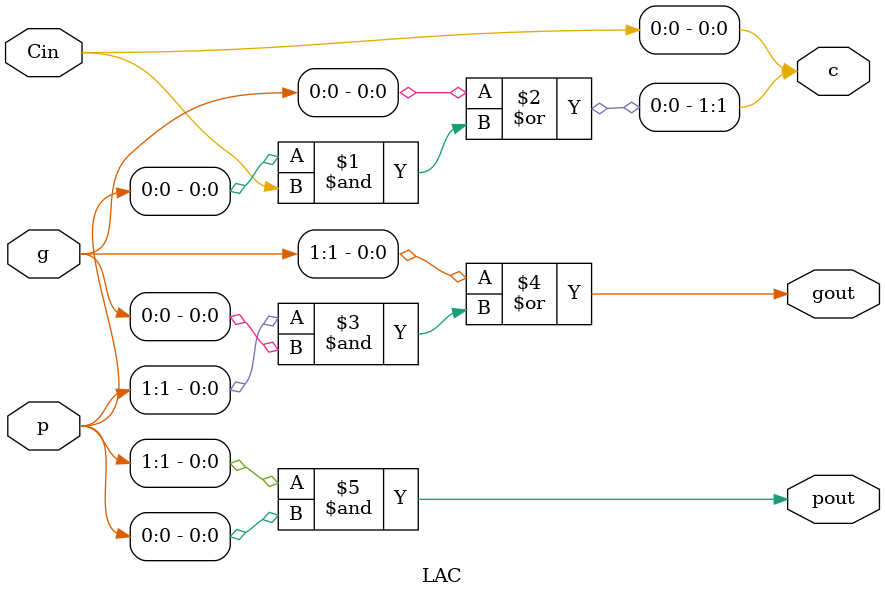
<source format=sv>
module LAC(c, gout, pout, Cin, g, p);
      output[1:0] c;
      output gout, pout;
      input Cin;
      input[1:0] g, p;

      assign c[0] = Cin;
      assign c[1] = g[0] | (p[0] & Cin);
      assign gout = g[1] | (p[1] & g[0]);
      assign pout = p[1] & p[0];
endmodule

</source>
